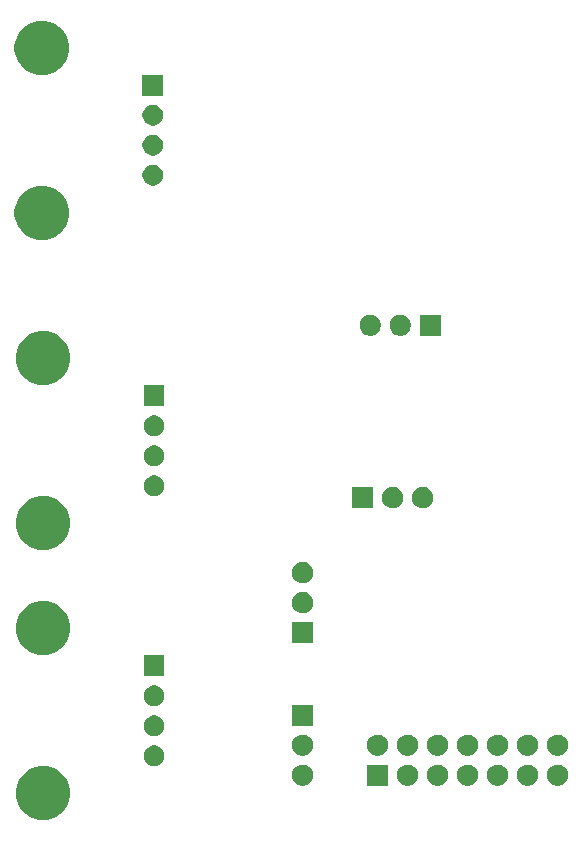
<source format=gbs>
G04 #@! TF.GenerationSoftware,KiCad,Pcbnew,(5.1.6)-1*
G04 #@! TF.CreationDate,2022-11-16T12:34:37-06:00*
G04 #@! TF.ProjectId,adc2o2,61646332-6f32-42e6-9b69-6361645f7063,rev?*
G04 #@! TF.SameCoordinates,Original*
G04 #@! TF.FileFunction,Soldermask,Bot*
G04 #@! TF.FilePolarity,Negative*
%FSLAX46Y46*%
G04 Gerber Fmt 4.6, Leading zero omitted, Abs format (unit mm)*
G04 Created by KiCad (PCBNEW (5.1.6)-1) date 2022-11-16 12:34:37*
%MOMM*%
%LPD*%
G01*
G04 APERTURE LIST*
%ADD10C,0.100000*%
G04 APERTURE END LIST*
D10*
G36*
X70402254Y-177673664D02*
G01*
X70772885Y-177747387D01*
X71191459Y-177920766D01*
X71568165Y-178172473D01*
X71888527Y-178492835D01*
X72140234Y-178869541D01*
X72313613Y-179288115D01*
X72402000Y-179732470D01*
X72402000Y-180185530D01*
X72313613Y-180629885D01*
X72140234Y-181048459D01*
X71888527Y-181425165D01*
X71568165Y-181745527D01*
X71191459Y-181997234D01*
X70772885Y-182170613D01*
X70402254Y-182244336D01*
X70328531Y-182259000D01*
X69875469Y-182259000D01*
X69801746Y-182244336D01*
X69431115Y-182170613D01*
X69012541Y-181997234D01*
X68635835Y-181745527D01*
X68315473Y-181425165D01*
X68063766Y-181048459D01*
X67890387Y-180629885D01*
X67802000Y-180185530D01*
X67802000Y-179732470D01*
X67890387Y-179288115D01*
X68063766Y-178869541D01*
X68315473Y-178492835D01*
X68635835Y-178172473D01*
X69012541Y-177920766D01*
X69431115Y-177747387D01*
X69801746Y-177673664D01*
X69875469Y-177659000D01*
X70328531Y-177659000D01*
X70402254Y-177673664D01*
G37*
G36*
X108702491Y-177540738D02*
G01*
X108847520Y-177569586D01*
X109011310Y-177637430D01*
X109158717Y-177735924D01*
X109284076Y-177861283D01*
X109382570Y-178008690D01*
X109450414Y-178172480D01*
X109485000Y-178346358D01*
X109485000Y-178523642D01*
X109450414Y-178697520D01*
X109382570Y-178861310D01*
X109284076Y-179008717D01*
X109158717Y-179134076D01*
X109011310Y-179232570D01*
X108847520Y-179300414D01*
X108702491Y-179329262D01*
X108673643Y-179335000D01*
X108496357Y-179335000D01*
X108467509Y-179329262D01*
X108322480Y-179300414D01*
X108158690Y-179232570D01*
X108011283Y-179134076D01*
X107885924Y-179008717D01*
X107787430Y-178861310D01*
X107719586Y-178697520D01*
X107685000Y-178523642D01*
X107685000Y-178346358D01*
X107719586Y-178172480D01*
X107787430Y-178008690D01*
X107885924Y-177861283D01*
X108011283Y-177735924D01*
X108158690Y-177637430D01*
X108322480Y-177569586D01*
X108467509Y-177540738D01*
X108496357Y-177535000D01*
X108673643Y-177535000D01*
X108702491Y-177540738D01*
G37*
G36*
X92192491Y-177540738D02*
G01*
X92337520Y-177569586D01*
X92501310Y-177637430D01*
X92648717Y-177735924D01*
X92774076Y-177861283D01*
X92872570Y-178008690D01*
X92940414Y-178172480D01*
X92975000Y-178346358D01*
X92975000Y-178523642D01*
X92940414Y-178697520D01*
X92872570Y-178861310D01*
X92774076Y-179008717D01*
X92648717Y-179134076D01*
X92501310Y-179232570D01*
X92337520Y-179300414D01*
X92192491Y-179329262D01*
X92163643Y-179335000D01*
X91986357Y-179335000D01*
X91957509Y-179329262D01*
X91812480Y-179300414D01*
X91648690Y-179232570D01*
X91501283Y-179134076D01*
X91375924Y-179008717D01*
X91277430Y-178861310D01*
X91209586Y-178697520D01*
X91175000Y-178523642D01*
X91175000Y-178346358D01*
X91209586Y-178172480D01*
X91277430Y-178008690D01*
X91375924Y-177861283D01*
X91501283Y-177735924D01*
X91648690Y-177637430D01*
X91812480Y-177569586D01*
X91957509Y-177540738D01*
X91986357Y-177535000D01*
X92163643Y-177535000D01*
X92192491Y-177540738D01*
G37*
G36*
X99325000Y-179335000D02*
G01*
X97525000Y-179335000D01*
X97525000Y-177535000D01*
X99325000Y-177535000D01*
X99325000Y-179335000D01*
G37*
G36*
X101082491Y-177540738D02*
G01*
X101227520Y-177569586D01*
X101391310Y-177637430D01*
X101538717Y-177735924D01*
X101664076Y-177861283D01*
X101762570Y-178008690D01*
X101830414Y-178172480D01*
X101865000Y-178346358D01*
X101865000Y-178523642D01*
X101830414Y-178697520D01*
X101762570Y-178861310D01*
X101664076Y-179008717D01*
X101538717Y-179134076D01*
X101391310Y-179232570D01*
X101227520Y-179300414D01*
X101082491Y-179329262D01*
X101053643Y-179335000D01*
X100876357Y-179335000D01*
X100847509Y-179329262D01*
X100702480Y-179300414D01*
X100538690Y-179232570D01*
X100391283Y-179134076D01*
X100265924Y-179008717D01*
X100167430Y-178861310D01*
X100099586Y-178697520D01*
X100065000Y-178523642D01*
X100065000Y-178346358D01*
X100099586Y-178172480D01*
X100167430Y-178008690D01*
X100265924Y-177861283D01*
X100391283Y-177735924D01*
X100538690Y-177637430D01*
X100702480Y-177569586D01*
X100847509Y-177540738D01*
X100876357Y-177535000D01*
X101053643Y-177535000D01*
X101082491Y-177540738D01*
G37*
G36*
X106162491Y-177540738D02*
G01*
X106307520Y-177569586D01*
X106471310Y-177637430D01*
X106618717Y-177735924D01*
X106744076Y-177861283D01*
X106842570Y-178008690D01*
X106910414Y-178172480D01*
X106945000Y-178346358D01*
X106945000Y-178523642D01*
X106910414Y-178697520D01*
X106842570Y-178861310D01*
X106744076Y-179008717D01*
X106618717Y-179134076D01*
X106471310Y-179232570D01*
X106307520Y-179300414D01*
X106162491Y-179329262D01*
X106133643Y-179335000D01*
X105956357Y-179335000D01*
X105927509Y-179329262D01*
X105782480Y-179300414D01*
X105618690Y-179232570D01*
X105471283Y-179134076D01*
X105345924Y-179008717D01*
X105247430Y-178861310D01*
X105179586Y-178697520D01*
X105145000Y-178523642D01*
X105145000Y-178346358D01*
X105179586Y-178172480D01*
X105247430Y-178008690D01*
X105345924Y-177861283D01*
X105471283Y-177735924D01*
X105618690Y-177637430D01*
X105782480Y-177569586D01*
X105927509Y-177540738D01*
X105956357Y-177535000D01*
X106133643Y-177535000D01*
X106162491Y-177540738D01*
G37*
G36*
X111242491Y-177540738D02*
G01*
X111387520Y-177569586D01*
X111551310Y-177637430D01*
X111698717Y-177735924D01*
X111824076Y-177861283D01*
X111922570Y-178008690D01*
X111990414Y-178172480D01*
X112025000Y-178346358D01*
X112025000Y-178523642D01*
X111990414Y-178697520D01*
X111922570Y-178861310D01*
X111824076Y-179008717D01*
X111698717Y-179134076D01*
X111551310Y-179232570D01*
X111387520Y-179300414D01*
X111242491Y-179329262D01*
X111213643Y-179335000D01*
X111036357Y-179335000D01*
X111007509Y-179329262D01*
X110862480Y-179300414D01*
X110698690Y-179232570D01*
X110551283Y-179134076D01*
X110425924Y-179008717D01*
X110327430Y-178861310D01*
X110259586Y-178697520D01*
X110225000Y-178523642D01*
X110225000Y-178346358D01*
X110259586Y-178172480D01*
X110327430Y-178008690D01*
X110425924Y-177861283D01*
X110551283Y-177735924D01*
X110698690Y-177637430D01*
X110862480Y-177569586D01*
X111007509Y-177540738D01*
X111036357Y-177535000D01*
X111213643Y-177535000D01*
X111242491Y-177540738D01*
G37*
G36*
X113782491Y-177540738D02*
G01*
X113927520Y-177569586D01*
X114091310Y-177637430D01*
X114238717Y-177735924D01*
X114364076Y-177861283D01*
X114462570Y-178008690D01*
X114530414Y-178172480D01*
X114565000Y-178346358D01*
X114565000Y-178523642D01*
X114530414Y-178697520D01*
X114462570Y-178861310D01*
X114364076Y-179008717D01*
X114238717Y-179134076D01*
X114091310Y-179232570D01*
X113927520Y-179300414D01*
X113782491Y-179329262D01*
X113753643Y-179335000D01*
X113576357Y-179335000D01*
X113547509Y-179329262D01*
X113402480Y-179300414D01*
X113238690Y-179232570D01*
X113091283Y-179134076D01*
X112965924Y-179008717D01*
X112867430Y-178861310D01*
X112799586Y-178697520D01*
X112765000Y-178523642D01*
X112765000Y-178346358D01*
X112799586Y-178172480D01*
X112867430Y-178008690D01*
X112965924Y-177861283D01*
X113091283Y-177735924D01*
X113238690Y-177637430D01*
X113402480Y-177569586D01*
X113547509Y-177540738D01*
X113576357Y-177535000D01*
X113753643Y-177535000D01*
X113782491Y-177540738D01*
G37*
G36*
X103622491Y-177540738D02*
G01*
X103767520Y-177569586D01*
X103931310Y-177637430D01*
X104078717Y-177735924D01*
X104204076Y-177861283D01*
X104302570Y-178008690D01*
X104370414Y-178172480D01*
X104405000Y-178346358D01*
X104405000Y-178523642D01*
X104370414Y-178697520D01*
X104302570Y-178861310D01*
X104204076Y-179008717D01*
X104078717Y-179134076D01*
X103931310Y-179232570D01*
X103767520Y-179300414D01*
X103622491Y-179329262D01*
X103593643Y-179335000D01*
X103416357Y-179335000D01*
X103387509Y-179329262D01*
X103242480Y-179300414D01*
X103078690Y-179232570D01*
X102931283Y-179134076D01*
X102805924Y-179008717D01*
X102707430Y-178861310D01*
X102639586Y-178697520D01*
X102605000Y-178523642D01*
X102605000Y-178346358D01*
X102639586Y-178172480D01*
X102707430Y-178008690D01*
X102805924Y-177861283D01*
X102931283Y-177735924D01*
X103078690Y-177637430D01*
X103242480Y-177569586D01*
X103387509Y-177540738D01*
X103416357Y-177535000D01*
X103593643Y-177535000D01*
X103622491Y-177540738D01*
G37*
G36*
X79757228Y-175942626D02*
G01*
X79916468Y-176008585D01*
X80059780Y-176104343D01*
X80181657Y-176226220D01*
X80277415Y-176369532D01*
X80343374Y-176528772D01*
X80377000Y-176697820D01*
X80377000Y-176870180D01*
X80343374Y-177039228D01*
X80277415Y-177198468D01*
X80181657Y-177341780D01*
X80059780Y-177463657D01*
X79916468Y-177559415D01*
X79891910Y-177569587D01*
X79757228Y-177625374D01*
X79588181Y-177659000D01*
X79415819Y-177659000D01*
X79246772Y-177625374D01*
X79112090Y-177569587D01*
X79087532Y-177559415D01*
X78944220Y-177463657D01*
X78822343Y-177341780D01*
X78726585Y-177198468D01*
X78660626Y-177039228D01*
X78627000Y-176870180D01*
X78627000Y-176697820D01*
X78660626Y-176528772D01*
X78726585Y-176369532D01*
X78822343Y-176226220D01*
X78944220Y-176104343D01*
X79087532Y-176008585D01*
X79246772Y-175942626D01*
X79415819Y-175909000D01*
X79588181Y-175909000D01*
X79757228Y-175942626D01*
G37*
G36*
X106162491Y-175000738D02*
G01*
X106307520Y-175029586D01*
X106471310Y-175097430D01*
X106618717Y-175195924D01*
X106744076Y-175321283D01*
X106842570Y-175468690D01*
X106910414Y-175632480D01*
X106945000Y-175806358D01*
X106945000Y-175983642D01*
X106910414Y-176157520D01*
X106842570Y-176321310D01*
X106744076Y-176468717D01*
X106618717Y-176594076D01*
X106471310Y-176692570D01*
X106307520Y-176760414D01*
X106162491Y-176789262D01*
X106133643Y-176795000D01*
X105956357Y-176795000D01*
X105927509Y-176789262D01*
X105782480Y-176760414D01*
X105618690Y-176692570D01*
X105471283Y-176594076D01*
X105345924Y-176468717D01*
X105247430Y-176321310D01*
X105179586Y-176157520D01*
X105145000Y-175983642D01*
X105145000Y-175806358D01*
X105179586Y-175632480D01*
X105247430Y-175468690D01*
X105345924Y-175321283D01*
X105471283Y-175195924D01*
X105618690Y-175097430D01*
X105782480Y-175029586D01*
X105927509Y-175000738D01*
X105956357Y-174995000D01*
X106133643Y-174995000D01*
X106162491Y-175000738D01*
G37*
G36*
X92192491Y-175000738D02*
G01*
X92337520Y-175029586D01*
X92501310Y-175097430D01*
X92648717Y-175195924D01*
X92774076Y-175321283D01*
X92872570Y-175468690D01*
X92940414Y-175632480D01*
X92975000Y-175806358D01*
X92975000Y-175983642D01*
X92940414Y-176157520D01*
X92872570Y-176321310D01*
X92774076Y-176468717D01*
X92648717Y-176594076D01*
X92501310Y-176692570D01*
X92337520Y-176760414D01*
X92192491Y-176789262D01*
X92163643Y-176795000D01*
X91986357Y-176795000D01*
X91957509Y-176789262D01*
X91812480Y-176760414D01*
X91648690Y-176692570D01*
X91501283Y-176594076D01*
X91375924Y-176468717D01*
X91277430Y-176321310D01*
X91209586Y-176157520D01*
X91175000Y-175983642D01*
X91175000Y-175806358D01*
X91209586Y-175632480D01*
X91277430Y-175468690D01*
X91375924Y-175321283D01*
X91501283Y-175195924D01*
X91648690Y-175097430D01*
X91812480Y-175029586D01*
X91957509Y-175000738D01*
X91986357Y-174995000D01*
X92163643Y-174995000D01*
X92192491Y-175000738D01*
G37*
G36*
X98542491Y-175000738D02*
G01*
X98687520Y-175029586D01*
X98851310Y-175097430D01*
X98998717Y-175195924D01*
X99124076Y-175321283D01*
X99222570Y-175468690D01*
X99290414Y-175632480D01*
X99325000Y-175806358D01*
X99325000Y-175983642D01*
X99290414Y-176157520D01*
X99222570Y-176321310D01*
X99124076Y-176468717D01*
X98998717Y-176594076D01*
X98851310Y-176692570D01*
X98687520Y-176760414D01*
X98542491Y-176789262D01*
X98513643Y-176795000D01*
X98336357Y-176795000D01*
X98307509Y-176789262D01*
X98162480Y-176760414D01*
X97998690Y-176692570D01*
X97851283Y-176594076D01*
X97725924Y-176468717D01*
X97627430Y-176321310D01*
X97559586Y-176157520D01*
X97525000Y-175983642D01*
X97525000Y-175806358D01*
X97559586Y-175632480D01*
X97627430Y-175468690D01*
X97725924Y-175321283D01*
X97851283Y-175195924D01*
X97998690Y-175097430D01*
X98162480Y-175029586D01*
X98307509Y-175000738D01*
X98336357Y-174995000D01*
X98513643Y-174995000D01*
X98542491Y-175000738D01*
G37*
G36*
X103622491Y-175000738D02*
G01*
X103767520Y-175029586D01*
X103931310Y-175097430D01*
X104078717Y-175195924D01*
X104204076Y-175321283D01*
X104302570Y-175468690D01*
X104370414Y-175632480D01*
X104405000Y-175806358D01*
X104405000Y-175983642D01*
X104370414Y-176157520D01*
X104302570Y-176321310D01*
X104204076Y-176468717D01*
X104078717Y-176594076D01*
X103931310Y-176692570D01*
X103767520Y-176760414D01*
X103622491Y-176789262D01*
X103593643Y-176795000D01*
X103416357Y-176795000D01*
X103387509Y-176789262D01*
X103242480Y-176760414D01*
X103078690Y-176692570D01*
X102931283Y-176594076D01*
X102805924Y-176468717D01*
X102707430Y-176321310D01*
X102639586Y-176157520D01*
X102605000Y-175983642D01*
X102605000Y-175806358D01*
X102639586Y-175632480D01*
X102707430Y-175468690D01*
X102805924Y-175321283D01*
X102931283Y-175195924D01*
X103078690Y-175097430D01*
X103242480Y-175029586D01*
X103387509Y-175000738D01*
X103416357Y-174995000D01*
X103593643Y-174995000D01*
X103622491Y-175000738D01*
G37*
G36*
X108702491Y-175000738D02*
G01*
X108847520Y-175029586D01*
X109011310Y-175097430D01*
X109158717Y-175195924D01*
X109284076Y-175321283D01*
X109382570Y-175468690D01*
X109450414Y-175632480D01*
X109485000Y-175806358D01*
X109485000Y-175983642D01*
X109450414Y-176157520D01*
X109382570Y-176321310D01*
X109284076Y-176468717D01*
X109158717Y-176594076D01*
X109011310Y-176692570D01*
X108847520Y-176760414D01*
X108702491Y-176789262D01*
X108673643Y-176795000D01*
X108496357Y-176795000D01*
X108467509Y-176789262D01*
X108322480Y-176760414D01*
X108158690Y-176692570D01*
X108011283Y-176594076D01*
X107885924Y-176468717D01*
X107787430Y-176321310D01*
X107719586Y-176157520D01*
X107685000Y-175983642D01*
X107685000Y-175806358D01*
X107719586Y-175632480D01*
X107787430Y-175468690D01*
X107885924Y-175321283D01*
X108011283Y-175195924D01*
X108158690Y-175097430D01*
X108322480Y-175029586D01*
X108467509Y-175000738D01*
X108496357Y-174995000D01*
X108673643Y-174995000D01*
X108702491Y-175000738D01*
G37*
G36*
X111242491Y-175000738D02*
G01*
X111387520Y-175029586D01*
X111551310Y-175097430D01*
X111698717Y-175195924D01*
X111824076Y-175321283D01*
X111922570Y-175468690D01*
X111990414Y-175632480D01*
X112025000Y-175806358D01*
X112025000Y-175983642D01*
X111990414Y-176157520D01*
X111922570Y-176321310D01*
X111824076Y-176468717D01*
X111698717Y-176594076D01*
X111551310Y-176692570D01*
X111387520Y-176760414D01*
X111242491Y-176789262D01*
X111213643Y-176795000D01*
X111036357Y-176795000D01*
X111007509Y-176789262D01*
X110862480Y-176760414D01*
X110698690Y-176692570D01*
X110551283Y-176594076D01*
X110425924Y-176468717D01*
X110327430Y-176321310D01*
X110259586Y-176157520D01*
X110225000Y-175983642D01*
X110225000Y-175806358D01*
X110259586Y-175632480D01*
X110327430Y-175468690D01*
X110425924Y-175321283D01*
X110551283Y-175195924D01*
X110698690Y-175097430D01*
X110862480Y-175029586D01*
X111007509Y-175000738D01*
X111036357Y-174995000D01*
X111213643Y-174995000D01*
X111242491Y-175000738D01*
G37*
G36*
X113782491Y-175000738D02*
G01*
X113927520Y-175029586D01*
X114091310Y-175097430D01*
X114238717Y-175195924D01*
X114364076Y-175321283D01*
X114462570Y-175468690D01*
X114530414Y-175632480D01*
X114565000Y-175806358D01*
X114565000Y-175983642D01*
X114530414Y-176157520D01*
X114462570Y-176321310D01*
X114364076Y-176468717D01*
X114238717Y-176594076D01*
X114091310Y-176692570D01*
X113927520Y-176760414D01*
X113782491Y-176789262D01*
X113753643Y-176795000D01*
X113576357Y-176795000D01*
X113547509Y-176789262D01*
X113402480Y-176760414D01*
X113238690Y-176692570D01*
X113091283Y-176594076D01*
X112965924Y-176468717D01*
X112867430Y-176321310D01*
X112799586Y-176157520D01*
X112765000Y-175983642D01*
X112765000Y-175806358D01*
X112799586Y-175632480D01*
X112867430Y-175468690D01*
X112965924Y-175321283D01*
X113091283Y-175195924D01*
X113238690Y-175097430D01*
X113402480Y-175029586D01*
X113547509Y-175000738D01*
X113576357Y-174995000D01*
X113753643Y-174995000D01*
X113782491Y-175000738D01*
G37*
G36*
X101082491Y-175000738D02*
G01*
X101227520Y-175029586D01*
X101391310Y-175097430D01*
X101538717Y-175195924D01*
X101664076Y-175321283D01*
X101762570Y-175468690D01*
X101830414Y-175632480D01*
X101865000Y-175806358D01*
X101865000Y-175983642D01*
X101830414Y-176157520D01*
X101762570Y-176321310D01*
X101664076Y-176468717D01*
X101538717Y-176594076D01*
X101391310Y-176692570D01*
X101227520Y-176760414D01*
X101082491Y-176789262D01*
X101053643Y-176795000D01*
X100876357Y-176795000D01*
X100847509Y-176789262D01*
X100702480Y-176760414D01*
X100538690Y-176692570D01*
X100391283Y-176594076D01*
X100265924Y-176468717D01*
X100167430Y-176321310D01*
X100099586Y-176157520D01*
X100065000Y-175983642D01*
X100065000Y-175806358D01*
X100099586Y-175632480D01*
X100167430Y-175468690D01*
X100265924Y-175321283D01*
X100391283Y-175195924D01*
X100538690Y-175097430D01*
X100702480Y-175029586D01*
X100847509Y-175000738D01*
X100876357Y-174995000D01*
X101053643Y-174995000D01*
X101082491Y-175000738D01*
G37*
G36*
X79757228Y-173402626D02*
G01*
X79916468Y-173468585D01*
X80059780Y-173564343D01*
X80181657Y-173686220D01*
X80277415Y-173829532D01*
X80343374Y-173988772D01*
X80377000Y-174157820D01*
X80377000Y-174330180D01*
X80343374Y-174499228D01*
X80277415Y-174658468D01*
X80181657Y-174801780D01*
X80059780Y-174923657D01*
X79916468Y-175019415D01*
X79891910Y-175029587D01*
X79757228Y-175085374D01*
X79588181Y-175119000D01*
X79415819Y-175119000D01*
X79246772Y-175085374D01*
X79112090Y-175029587D01*
X79087532Y-175019415D01*
X78944220Y-174923657D01*
X78822343Y-174801780D01*
X78726585Y-174658468D01*
X78660626Y-174499228D01*
X78627000Y-174330180D01*
X78627000Y-174157820D01*
X78660626Y-173988772D01*
X78726585Y-173829532D01*
X78822343Y-173686220D01*
X78944220Y-173564343D01*
X79087532Y-173468585D01*
X79246772Y-173402626D01*
X79415819Y-173369000D01*
X79588181Y-173369000D01*
X79757228Y-173402626D01*
G37*
G36*
X92975000Y-174255000D02*
G01*
X91175000Y-174255000D01*
X91175000Y-172455000D01*
X92975000Y-172455000D01*
X92975000Y-174255000D01*
G37*
G36*
X79757228Y-170862626D02*
G01*
X79916468Y-170928585D01*
X80059780Y-171024343D01*
X80181657Y-171146220D01*
X80277415Y-171289532D01*
X80343374Y-171448772D01*
X80377000Y-171617820D01*
X80377000Y-171790180D01*
X80343374Y-171959228D01*
X80277415Y-172118468D01*
X80181657Y-172261780D01*
X80059780Y-172383657D01*
X79916468Y-172479415D01*
X79757228Y-172545374D01*
X79588181Y-172579000D01*
X79415819Y-172579000D01*
X79246772Y-172545374D01*
X79087532Y-172479415D01*
X78944220Y-172383657D01*
X78822343Y-172261780D01*
X78726585Y-172118468D01*
X78660626Y-171959228D01*
X78627000Y-171790180D01*
X78627000Y-171617820D01*
X78660626Y-171448772D01*
X78726585Y-171289532D01*
X78822343Y-171146220D01*
X78944220Y-171024343D01*
X79087532Y-170928585D01*
X79246772Y-170862626D01*
X79415819Y-170829000D01*
X79588181Y-170829000D01*
X79757228Y-170862626D01*
G37*
G36*
X80377000Y-170039000D02*
G01*
X78627000Y-170039000D01*
X78627000Y-168289000D01*
X80377000Y-168289000D01*
X80377000Y-170039000D01*
G37*
G36*
X70402254Y-163703664D02*
G01*
X70772885Y-163777387D01*
X71191459Y-163950766D01*
X71568165Y-164202473D01*
X71888527Y-164522835D01*
X72140234Y-164899541D01*
X72313613Y-165318115D01*
X72402000Y-165762470D01*
X72402000Y-166215530D01*
X72313613Y-166659885D01*
X72140234Y-167078459D01*
X71888527Y-167455165D01*
X71568165Y-167775527D01*
X71191459Y-168027234D01*
X70772885Y-168200613D01*
X70402254Y-168274336D01*
X70328531Y-168289000D01*
X69875469Y-168289000D01*
X69801746Y-168274336D01*
X69431115Y-168200613D01*
X69012541Y-168027234D01*
X68635835Y-167775527D01*
X68315473Y-167455165D01*
X68063766Y-167078459D01*
X67890387Y-166659885D01*
X67802000Y-166215530D01*
X67802000Y-165762470D01*
X67890387Y-165318115D01*
X68063766Y-164899541D01*
X68315473Y-164522835D01*
X68635835Y-164202473D01*
X69012541Y-163950766D01*
X69431115Y-163777387D01*
X69801746Y-163703664D01*
X69875469Y-163689000D01*
X70328531Y-163689000D01*
X70402254Y-163703664D01*
G37*
G36*
X92975000Y-167270000D02*
G01*
X91175000Y-167270000D01*
X91175000Y-165470000D01*
X92975000Y-165470000D01*
X92975000Y-167270000D01*
G37*
G36*
X92192491Y-162935738D02*
G01*
X92337520Y-162964586D01*
X92501310Y-163032430D01*
X92648717Y-163130924D01*
X92774076Y-163256283D01*
X92872570Y-163403690D01*
X92940414Y-163567480D01*
X92975000Y-163741358D01*
X92975000Y-163918642D01*
X92940414Y-164092520D01*
X92872570Y-164256310D01*
X92774076Y-164403717D01*
X92648717Y-164529076D01*
X92501310Y-164627570D01*
X92337520Y-164695414D01*
X92192491Y-164724262D01*
X92163643Y-164730000D01*
X91986357Y-164730000D01*
X91957509Y-164724262D01*
X91812480Y-164695414D01*
X91648690Y-164627570D01*
X91501283Y-164529076D01*
X91375924Y-164403717D01*
X91277430Y-164256310D01*
X91209586Y-164092520D01*
X91175000Y-163918642D01*
X91175000Y-163741358D01*
X91209586Y-163567480D01*
X91277430Y-163403690D01*
X91375924Y-163256283D01*
X91501283Y-163130924D01*
X91648690Y-163032430D01*
X91812480Y-162964586D01*
X91957509Y-162935738D01*
X91986357Y-162930000D01*
X92163643Y-162930000D01*
X92192491Y-162935738D01*
G37*
G36*
X92192491Y-160395738D02*
G01*
X92337520Y-160424586D01*
X92501310Y-160492430D01*
X92648717Y-160590924D01*
X92774076Y-160716283D01*
X92872570Y-160863690D01*
X92940414Y-161027480D01*
X92975000Y-161201358D01*
X92975000Y-161378642D01*
X92940414Y-161552520D01*
X92872570Y-161716310D01*
X92774076Y-161863717D01*
X92648717Y-161989076D01*
X92501310Y-162087570D01*
X92337520Y-162155414D01*
X92192491Y-162184262D01*
X92163643Y-162190000D01*
X91986357Y-162190000D01*
X91957509Y-162184262D01*
X91812480Y-162155414D01*
X91648690Y-162087570D01*
X91501283Y-161989076D01*
X91375924Y-161863717D01*
X91277430Y-161716310D01*
X91209586Y-161552520D01*
X91175000Y-161378642D01*
X91175000Y-161201358D01*
X91209586Y-161027480D01*
X91277430Y-160863690D01*
X91375924Y-160716283D01*
X91501283Y-160590924D01*
X91648690Y-160492430D01*
X91812480Y-160424586D01*
X91957509Y-160395738D01*
X91986357Y-160390000D01*
X92163643Y-160390000D01*
X92192491Y-160395738D01*
G37*
G36*
X70402254Y-154813664D02*
G01*
X70772885Y-154887387D01*
X71191459Y-155060766D01*
X71568165Y-155312473D01*
X71888527Y-155632835D01*
X72140234Y-156009541D01*
X72313613Y-156428115D01*
X72402000Y-156872470D01*
X72402000Y-157325530D01*
X72313613Y-157769885D01*
X72140234Y-158188459D01*
X71888527Y-158565165D01*
X71568165Y-158885527D01*
X71191459Y-159137234D01*
X70772885Y-159310613D01*
X70402254Y-159384336D01*
X70328531Y-159399000D01*
X69875469Y-159399000D01*
X69801746Y-159384336D01*
X69431115Y-159310613D01*
X69012541Y-159137234D01*
X68635835Y-158885527D01*
X68315473Y-158565165D01*
X68063766Y-158188459D01*
X67890387Y-157769885D01*
X67802000Y-157325530D01*
X67802000Y-156872470D01*
X67890387Y-156428115D01*
X68063766Y-156009541D01*
X68315473Y-155632835D01*
X68635835Y-155312473D01*
X69012541Y-155060766D01*
X69431115Y-154887387D01*
X69801746Y-154813664D01*
X69875469Y-154799000D01*
X70328531Y-154799000D01*
X70402254Y-154813664D01*
G37*
G36*
X102352491Y-154045738D02*
G01*
X102497520Y-154074586D01*
X102661310Y-154142430D01*
X102808717Y-154240924D01*
X102934076Y-154366283D01*
X103032570Y-154513690D01*
X103100414Y-154677480D01*
X103135000Y-154851358D01*
X103135000Y-155028642D01*
X103100414Y-155202520D01*
X103032570Y-155366310D01*
X102934076Y-155513717D01*
X102808717Y-155639076D01*
X102661310Y-155737570D01*
X102497520Y-155805414D01*
X102352491Y-155834262D01*
X102323643Y-155840000D01*
X102146357Y-155840000D01*
X102117509Y-155834262D01*
X101972480Y-155805414D01*
X101808690Y-155737570D01*
X101661283Y-155639076D01*
X101535924Y-155513717D01*
X101437430Y-155366310D01*
X101369586Y-155202520D01*
X101335000Y-155028642D01*
X101335000Y-154851358D01*
X101369586Y-154677480D01*
X101437430Y-154513690D01*
X101535924Y-154366283D01*
X101661283Y-154240924D01*
X101808690Y-154142430D01*
X101972480Y-154074586D01*
X102117509Y-154045738D01*
X102146357Y-154040000D01*
X102323643Y-154040000D01*
X102352491Y-154045738D01*
G37*
G36*
X99812491Y-154045738D02*
G01*
X99957520Y-154074586D01*
X100121310Y-154142430D01*
X100268717Y-154240924D01*
X100394076Y-154366283D01*
X100492570Y-154513690D01*
X100560414Y-154677480D01*
X100595000Y-154851358D01*
X100595000Y-155028642D01*
X100560414Y-155202520D01*
X100492570Y-155366310D01*
X100394076Y-155513717D01*
X100268717Y-155639076D01*
X100121310Y-155737570D01*
X99957520Y-155805414D01*
X99812491Y-155834262D01*
X99783643Y-155840000D01*
X99606357Y-155840000D01*
X99577509Y-155834262D01*
X99432480Y-155805414D01*
X99268690Y-155737570D01*
X99121283Y-155639076D01*
X98995924Y-155513717D01*
X98897430Y-155366310D01*
X98829586Y-155202520D01*
X98795000Y-155028642D01*
X98795000Y-154851358D01*
X98829586Y-154677480D01*
X98897430Y-154513690D01*
X98995924Y-154366283D01*
X99121283Y-154240924D01*
X99268690Y-154142430D01*
X99432480Y-154074586D01*
X99577509Y-154045738D01*
X99606357Y-154040000D01*
X99783643Y-154040000D01*
X99812491Y-154045738D01*
G37*
G36*
X98055000Y-155840000D02*
G01*
X96255000Y-155840000D01*
X96255000Y-154040000D01*
X98055000Y-154040000D01*
X98055000Y-155840000D01*
G37*
G36*
X79757228Y-153082626D02*
G01*
X79916468Y-153148585D01*
X80059780Y-153244343D01*
X80181657Y-153366220D01*
X80277415Y-153509532D01*
X80277415Y-153509533D01*
X80343374Y-153668772D01*
X80377000Y-153837819D01*
X80377000Y-154010181D01*
X80364189Y-154074586D01*
X80343374Y-154179228D01*
X80277415Y-154338468D01*
X80181657Y-154481780D01*
X80059780Y-154603657D01*
X79916468Y-154699415D01*
X79757228Y-154765374D01*
X79588181Y-154799000D01*
X79415819Y-154799000D01*
X79246772Y-154765374D01*
X79087532Y-154699415D01*
X78944220Y-154603657D01*
X78822343Y-154481780D01*
X78726585Y-154338468D01*
X78660626Y-154179228D01*
X78639811Y-154074586D01*
X78627000Y-154010181D01*
X78627000Y-153837819D01*
X78660626Y-153668772D01*
X78726585Y-153509533D01*
X78726585Y-153509532D01*
X78822343Y-153366220D01*
X78944220Y-153244343D01*
X79087532Y-153148585D01*
X79246772Y-153082626D01*
X79415819Y-153049000D01*
X79588181Y-153049000D01*
X79757228Y-153082626D01*
G37*
G36*
X79757228Y-150542626D02*
G01*
X79916468Y-150608585D01*
X80059780Y-150704343D01*
X80181657Y-150826220D01*
X80277415Y-150969532D01*
X80343374Y-151128772D01*
X80377000Y-151297820D01*
X80377000Y-151470180D01*
X80343374Y-151639228D01*
X80277415Y-151798468D01*
X80181657Y-151941780D01*
X80059780Y-152063657D01*
X79916468Y-152159415D01*
X79757228Y-152225374D01*
X79588181Y-152259000D01*
X79415819Y-152259000D01*
X79246772Y-152225374D01*
X79087532Y-152159415D01*
X78944220Y-152063657D01*
X78822343Y-151941780D01*
X78726585Y-151798468D01*
X78660626Y-151639228D01*
X78627000Y-151470180D01*
X78627000Y-151297820D01*
X78660626Y-151128772D01*
X78726585Y-150969532D01*
X78822343Y-150826220D01*
X78944220Y-150704343D01*
X79087532Y-150608585D01*
X79246772Y-150542626D01*
X79415819Y-150509000D01*
X79588181Y-150509000D01*
X79757228Y-150542626D01*
G37*
G36*
X79757228Y-148002626D02*
G01*
X79916468Y-148068585D01*
X80059780Y-148164343D01*
X80181657Y-148286220D01*
X80277415Y-148429532D01*
X80343374Y-148588772D01*
X80377000Y-148757820D01*
X80377000Y-148930180D01*
X80343374Y-149099228D01*
X80277415Y-149258468D01*
X80181657Y-149401780D01*
X80059780Y-149523657D01*
X79916468Y-149619415D01*
X79757228Y-149685374D01*
X79588181Y-149719000D01*
X79415819Y-149719000D01*
X79246772Y-149685374D01*
X79087532Y-149619415D01*
X78944220Y-149523657D01*
X78822343Y-149401780D01*
X78726585Y-149258468D01*
X78660626Y-149099228D01*
X78627000Y-148930180D01*
X78627000Y-148757820D01*
X78660626Y-148588772D01*
X78726585Y-148429532D01*
X78822343Y-148286220D01*
X78944220Y-148164343D01*
X79087532Y-148068585D01*
X79246772Y-148002626D01*
X79415819Y-147969000D01*
X79588181Y-147969000D01*
X79757228Y-148002626D01*
G37*
G36*
X80377000Y-147179000D02*
G01*
X78627000Y-147179000D01*
X78627000Y-145429000D01*
X80377000Y-145429000D01*
X80377000Y-147179000D01*
G37*
G36*
X70402254Y-140843664D02*
G01*
X70772885Y-140917387D01*
X71191459Y-141090766D01*
X71568165Y-141342473D01*
X71888527Y-141662835D01*
X72140234Y-142039541D01*
X72313613Y-142458115D01*
X72402000Y-142902470D01*
X72402000Y-143355530D01*
X72313613Y-143799885D01*
X72140234Y-144218459D01*
X71888527Y-144595165D01*
X71568165Y-144915527D01*
X71191459Y-145167234D01*
X70772885Y-145340613D01*
X70402254Y-145414336D01*
X70328531Y-145429000D01*
X69875469Y-145429000D01*
X69801746Y-145414336D01*
X69431115Y-145340613D01*
X69012541Y-145167234D01*
X68635835Y-144915527D01*
X68315473Y-144595165D01*
X68063766Y-144218459D01*
X67890387Y-143799885D01*
X67802000Y-143355530D01*
X67802000Y-142902470D01*
X67890387Y-142458115D01*
X68063766Y-142039541D01*
X68315473Y-141662835D01*
X68635835Y-141342473D01*
X69012541Y-141090766D01*
X69431115Y-140917387D01*
X69801746Y-140843664D01*
X69875469Y-140829000D01*
X70328531Y-140829000D01*
X70402254Y-140843664D01*
G37*
G36*
X100447491Y-139440738D02*
G01*
X100592520Y-139469586D01*
X100756310Y-139537430D01*
X100903717Y-139635924D01*
X101029076Y-139761283D01*
X101127570Y-139908690D01*
X101195414Y-140072480D01*
X101230000Y-140246358D01*
X101230000Y-140423642D01*
X101195414Y-140597520D01*
X101127570Y-140761310D01*
X101029076Y-140908717D01*
X100903717Y-141034076D01*
X100756310Y-141132570D01*
X100592520Y-141200414D01*
X100447491Y-141229262D01*
X100418643Y-141235000D01*
X100241357Y-141235000D01*
X100212509Y-141229262D01*
X100067480Y-141200414D01*
X99903690Y-141132570D01*
X99756283Y-141034076D01*
X99630924Y-140908717D01*
X99532430Y-140761310D01*
X99464586Y-140597520D01*
X99430000Y-140423642D01*
X99430000Y-140246358D01*
X99464586Y-140072480D01*
X99532430Y-139908690D01*
X99630924Y-139761283D01*
X99756283Y-139635924D01*
X99903690Y-139537430D01*
X100067480Y-139469586D01*
X100212509Y-139440738D01*
X100241357Y-139435000D01*
X100418643Y-139435000D01*
X100447491Y-139440738D01*
G37*
G36*
X103770000Y-141235000D02*
G01*
X101970000Y-141235000D01*
X101970000Y-139435000D01*
X103770000Y-139435000D01*
X103770000Y-141235000D01*
G37*
G36*
X97907491Y-139440738D02*
G01*
X98052520Y-139469586D01*
X98216310Y-139537430D01*
X98363717Y-139635924D01*
X98489076Y-139761283D01*
X98587570Y-139908690D01*
X98655414Y-140072480D01*
X98690000Y-140246358D01*
X98690000Y-140423642D01*
X98655414Y-140597520D01*
X98587570Y-140761310D01*
X98489076Y-140908717D01*
X98363717Y-141034076D01*
X98216310Y-141132570D01*
X98052520Y-141200414D01*
X97907491Y-141229262D01*
X97878643Y-141235000D01*
X97701357Y-141235000D01*
X97672509Y-141229262D01*
X97527480Y-141200414D01*
X97363690Y-141132570D01*
X97216283Y-141034076D01*
X97090924Y-140908717D01*
X96992430Y-140761310D01*
X96924586Y-140597520D01*
X96890000Y-140423642D01*
X96890000Y-140246358D01*
X96924586Y-140072480D01*
X96992430Y-139908690D01*
X97090924Y-139761283D01*
X97216283Y-139635924D01*
X97363690Y-139537430D01*
X97527480Y-139469586D01*
X97672509Y-139440738D01*
X97701357Y-139435000D01*
X97878643Y-139435000D01*
X97907491Y-139440738D01*
G37*
G36*
X70275254Y-128524664D02*
G01*
X70645885Y-128598387D01*
X71064459Y-128771766D01*
X71441165Y-129023473D01*
X71761527Y-129343835D01*
X72013234Y-129720541D01*
X72186613Y-130139115D01*
X72275000Y-130583470D01*
X72275000Y-131036530D01*
X72186613Y-131480885D01*
X72013234Y-131899459D01*
X71761527Y-132276165D01*
X71441165Y-132596527D01*
X71064459Y-132848234D01*
X70645885Y-133021613D01*
X70275254Y-133095336D01*
X70201531Y-133110000D01*
X69748469Y-133110000D01*
X69674746Y-133095336D01*
X69304115Y-133021613D01*
X68885541Y-132848234D01*
X68508835Y-132596527D01*
X68188473Y-132276165D01*
X67936766Y-131899459D01*
X67763387Y-131480885D01*
X67675000Y-131036530D01*
X67675000Y-130583470D01*
X67763387Y-130139115D01*
X67936766Y-129720541D01*
X68188473Y-129343835D01*
X68508835Y-129023473D01*
X68885541Y-128771766D01*
X69304115Y-128598387D01*
X69674746Y-128524664D01*
X69748469Y-128510000D01*
X70201531Y-128510000D01*
X70275254Y-128524664D01*
G37*
G36*
X79630228Y-126793626D02*
G01*
X79789468Y-126859585D01*
X79932780Y-126955343D01*
X80054657Y-127077220D01*
X80150415Y-127220532D01*
X80216374Y-127379772D01*
X80250000Y-127548820D01*
X80250000Y-127721180D01*
X80216374Y-127890228D01*
X80150415Y-128049468D01*
X80054657Y-128192780D01*
X79932780Y-128314657D01*
X79789468Y-128410415D01*
X79630228Y-128476374D01*
X79461181Y-128510000D01*
X79288819Y-128510000D01*
X79119772Y-128476374D01*
X78960532Y-128410415D01*
X78817220Y-128314657D01*
X78695343Y-128192780D01*
X78599585Y-128049468D01*
X78533626Y-127890228D01*
X78500000Y-127721180D01*
X78500000Y-127548820D01*
X78533626Y-127379772D01*
X78599585Y-127220532D01*
X78695343Y-127077220D01*
X78817220Y-126955343D01*
X78960532Y-126859585D01*
X79119772Y-126793626D01*
X79288819Y-126760000D01*
X79461181Y-126760000D01*
X79630228Y-126793626D01*
G37*
G36*
X79630228Y-124253626D02*
G01*
X79789468Y-124319585D01*
X79932780Y-124415343D01*
X80054657Y-124537220D01*
X80150415Y-124680532D01*
X80216374Y-124839772D01*
X80250000Y-125008820D01*
X80250000Y-125181180D01*
X80216374Y-125350228D01*
X80150415Y-125509468D01*
X80054657Y-125652780D01*
X79932780Y-125774657D01*
X79789468Y-125870415D01*
X79630228Y-125936374D01*
X79461181Y-125970000D01*
X79288819Y-125970000D01*
X79119772Y-125936374D01*
X78960532Y-125870415D01*
X78817220Y-125774657D01*
X78695343Y-125652780D01*
X78599585Y-125509468D01*
X78533626Y-125350228D01*
X78500000Y-125181180D01*
X78500000Y-125008820D01*
X78533626Y-124839772D01*
X78599585Y-124680532D01*
X78695343Y-124537220D01*
X78817220Y-124415343D01*
X78960532Y-124319585D01*
X79119772Y-124253626D01*
X79288819Y-124220000D01*
X79461181Y-124220000D01*
X79630228Y-124253626D01*
G37*
G36*
X79630228Y-121713626D02*
G01*
X79789468Y-121779585D01*
X79932780Y-121875343D01*
X80054657Y-121997220D01*
X80150415Y-122140532D01*
X80216374Y-122299772D01*
X80250000Y-122468820D01*
X80250000Y-122641180D01*
X80216374Y-122810228D01*
X80150415Y-122969468D01*
X80054657Y-123112780D01*
X79932780Y-123234657D01*
X79789468Y-123330415D01*
X79630228Y-123396374D01*
X79461181Y-123430000D01*
X79288819Y-123430000D01*
X79119772Y-123396374D01*
X78960532Y-123330415D01*
X78817220Y-123234657D01*
X78695343Y-123112780D01*
X78599585Y-122969468D01*
X78533626Y-122810228D01*
X78500000Y-122641180D01*
X78500000Y-122468820D01*
X78533626Y-122299772D01*
X78599585Y-122140532D01*
X78695343Y-121997220D01*
X78817220Y-121875343D01*
X78960532Y-121779585D01*
X79119772Y-121713626D01*
X79288819Y-121680000D01*
X79461181Y-121680000D01*
X79630228Y-121713626D01*
G37*
G36*
X80250000Y-120890000D02*
G01*
X78500000Y-120890000D01*
X78500000Y-119140000D01*
X80250000Y-119140000D01*
X80250000Y-120890000D01*
G37*
G36*
X70275254Y-114554664D02*
G01*
X70645885Y-114628387D01*
X71064459Y-114801766D01*
X71441165Y-115053473D01*
X71761527Y-115373835D01*
X72013234Y-115750541D01*
X72186613Y-116169115D01*
X72275000Y-116613470D01*
X72275000Y-117066530D01*
X72186613Y-117510885D01*
X72013234Y-117929459D01*
X71761527Y-118306165D01*
X71441165Y-118626527D01*
X71064459Y-118878234D01*
X70645885Y-119051613D01*
X70275254Y-119125336D01*
X70201531Y-119140000D01*
X69748469Y-119140000D01*
X69674746Y-119125336D01*
X69304115Y-119051613D01*
X68885541Y-118878234D01*
X68508835Y-118626527D01*
X68188473Y-118306165D01*
X67936766Y-117929459D01*
X67763387Y-117510885D01*
X67675000Y-117066530D01*
X67675000Y-116613470D01*
X67763387Y-116169115D01*
X67936766Y-115750541D01*
X68188473Y-115373835D01*
X68508835Y-115053473D01*
X68885541Y-114801766D01*
X69304115Y-114628387D01*
X69674746Y-114554664D01*
X69748469Y-114540000D01*
X70201531Y-114540000D01*
X70275254Y-114554664D01*
G37*
M02*

</source>
